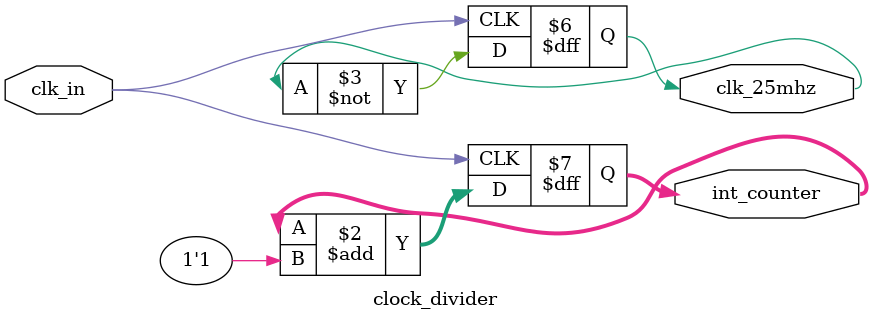
<source format=v>

module vga_output(      
    r_in, g_in, b_in, pos_x, pos_y, clk, hsync, vsync, r_out, g_out, b_out, clk_25mhz_out
    );
    
    // input ports 
 input [7:0] r_in;
 input [7:0] g_in;
 input [7:0] b_in;
 input [7:0] pos_x;
 input [7:0] pos_y;
 
 input clk;
 output hsync;
 output vsync;
    
    // output ports 
 output [7:0] r_out;
 output [7:0] g_out;
 output [7:0] b_out;
 output clk_25mhz_out;


 wire clk_25mhz;
 wire enable_vsync;
 wire [15:0] h_count;
 wire [15:0] v_count;

// internal reg for random color
 reg [26:0] val = 0;
 wire [25:0] int_counter;
 reg [38:0] curr_dist = 0;
 reg [23:0] wood_color = 24'hb6834e;
 reg [23:0] color = 24'h888888;
 reg [32:0] radius = 240*240;
 reg [32:0] new_radius ;
 reg [15:0] pos_x_translated;
 reg [15:0] pos_y_translated;
 reg [15:0] curr_pixel_x;
 reg [15:0] curr_pixel_y;
 wire slow_clk;
// use a clock divider to get a 25 MHz clock from a 50 MHz clock

// gives the center
function [31:0] translate(input [15:0] x_val, input [15:0] y_val);
	begin
		translate = {$signed(16'd463)-$signed(x_val), $signed(16'd275) - $signed(y_val)};
	end
endfunction
	
// compute the distance
function [37:0] distance(input [15:0] x_val, input [15:0] y_val);
	begin
		distance = ($signed(x_val)*$signed(x_val) + $signed(y_val)*$signed(y_val));
	end
endfunction


clock_divider divider_25mhz(
    .clk_in(clk),
    .clk_25mhz(clk_25mhz),
	 .int_counter(int_counter)
);

vert_counter vert_counter_25mhz(
    .clk_in(clk_25mhz),
    .enable_v(enable_vsync),
    .v_count(v_count)
);

horizontal_counter horiz_counter_25mhz(
    .clk_in(clk_25mhz),
    .enable_v_signal(enable_vsync),
    .h_count(h_count)
);

// assign the synch values to the output ports
 assign hsync = (h_count < 96) ? 1'b1 : 1'b0;
 assign vsync = (v_count < 2 ) ? 1'b1 : 1'b0;
 assign clk_25mhz_out = clk_25mhz;
 assign slow_clk = int_counter[16];
// assign color only within the active video region
 assign r_out = ((h_count < 784 && h_count > 143) && (v_count < 515 && v_count > 34)) // within the screen area
			? /*need logic for the background vs circle for platform*/ 
			(curr_dist <= new_radius) 
			? wood_color[23:16] : (color[23:16])  // if within screen area, draw either background, or the circle  
				: 8'h0;   // else, we draw black
 assign g_out = ((h_count < 784 && h_count > 143) && (v_count < 515 && v_count > 34)) // within the screen area
			? /*need logic for the background vs circle for platform*/ 
			(curr_dist <= new_radius) 
			? wood_color[15:8] : (color[15:8])  // if within screen area, draw either background, or the circle  
				: 8'h0;   // else, we draw black
 assign b_out = ((h_count < 784 && h_count > 143) && (v_count < 515 && v_count > 34)) // within the screen area
			? /*need logic for the background vs circle for platform*/ 
			(curr_dist <= new_radius) 
			? wood_color[7:0] : (color[7:0])  // if within screen area, draw either background, or the circle  
				: 8'h0;   // else, we draw black

				
always@(posedge clk_25mhz)
begin 
	curr_pixel_x <= h_count;
	curr_pixel_y <= v_count;
	curr_dist <= distance($signed(16'd463-curr_pixel_x),$signed(16'd275-curr_pixel_y));	
end

always@(posedge slow_clk)
begin 
	new_radius <= (130+$signed(pos_x))*(130+$signed(pos_x));
	//curr_pixel_x = h_count;
	//curr_pixel_y = v_count;
	//curr_dist <= distance($signed(16'd463-curr_pixel_x),$signed(16'd275-curr_pixel_y));	
end
				
always@(posedge clk_25mhz) begin
	
	if (val < 26'd25000000)
	begin
		{pos_x_translated,pos_y_translated} <= translate($signed(pos_x),$signed(pos_y));
		val <= val + 26'b1;
		
	end else begin
	val <= 26'd0;
//	if (color > 24'h0)
//		color <= (color<<<8);
//	else color <= 24'h0000FF;

end
end

endmodule

// module to make a clock dividr for the horizontal sync
module horizontal_counter(input clk_in, output reg enable_v_signal = 0, output reg [15:0] h_count = 0);
    //reg [15:0] h_count;
    always @(posedge clk_in) begin
        if(h_count < 799) begin
            h_count <= h_count + 15'b1;
				enable_v_signal <= 1'b0;
        end else begin
            h_count <= 15'b0;
            enable_v_signal <= 1'b1;
        end
    end
endmodule


    // module to make a clock dividr for the horizontal sync
module vert_counter(input clk_in, input enable_v, output reg [15:0] v_count = 0);
    //reg [15:0  ] v_count;
    always @(posedge clk_in) begin
        if (enable_v == 1'b1) begin
			if(v_count < 524) begin
				v_count <= v_count + 15'b1;
			end else begin
				v_count <= 15'b0;
			end
        end
    end
endmodule

// module to divide a 50 MHz clock to get a 25 MHz clock
module clock_divider(input clk_in, output reg clk_25mhz = 0, output reg [26:0] int_counter = 0);

    always @(posedge clk_in) begin
				int_counter <= int_counter + 1'b1;
            clk_25mhz <= ~clk_25mhz;
        end 
endmodule

</source>
